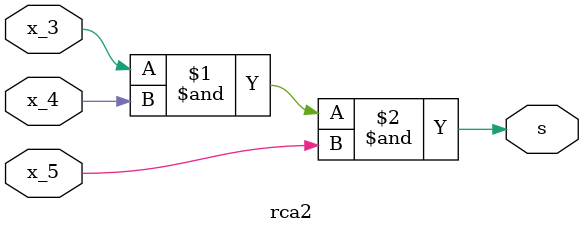
<source format=v>
module rca2 (x_3 ,x_4, x_5, s);
//-------------Input Ports Declarations-----------------------------
input x_3 ,x_4, x_5;
//-------------Output Ports Declarations-----------------------------
output s;
//-------------Logic-----------------------------------------------
assign s = (x_3 & x_4 & x_5);
endmodule

</source>
